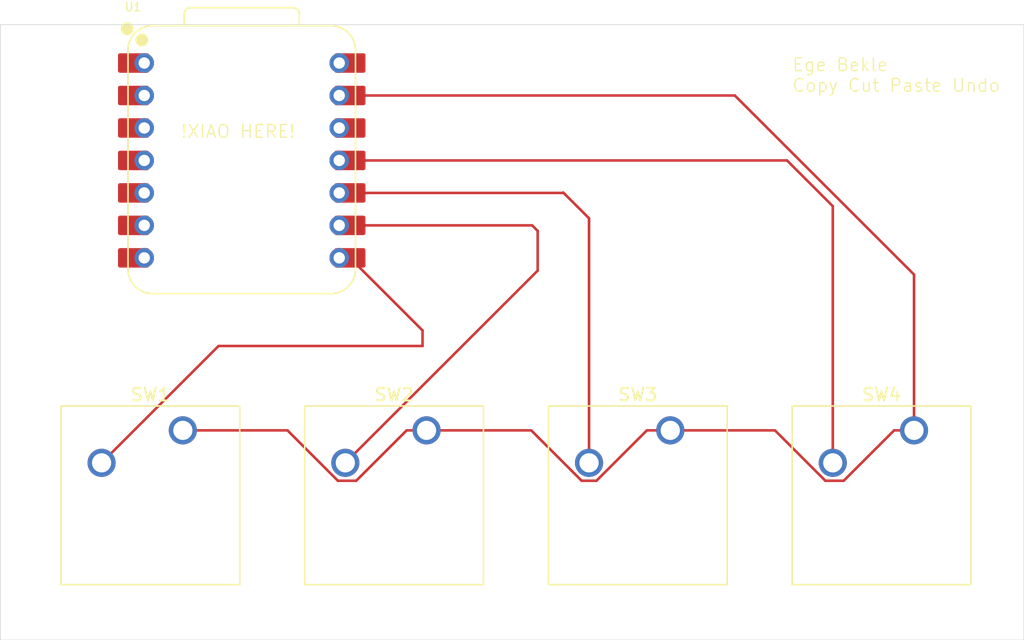
<source format=kicad_pcb>
(kicad_pcb (version 20241229) (generator "pcbnew") (generator_version "9.0")
  (layers (0 "F.Cu" signal) (2 "B.Cu" signal) (13 "F.Paste" user) (15 "B.Paste" user) (5 "F.SilkS" user "F.Silkscreen") (7 "B.SilkS" user "B.Silkscreen") (1 "F.Mask" user) (3 "B.Mask" user) (25 "Edge.Cuts" user))
  (net 0 "")
  (net 1 "Net-(U1-GPIO1{slash}RX)")
  (net 2 "GND")
  (net 3 "Net-(U1-GPIO2{slash}SCK)")
  (net 4 "Net-(U1-GPIO4{slash}MISO)")
  (net 5 "Net-(U1-GPIO3{slash}MOSI)")
  (footprint "OPL:XIAO-RP2040-DIP" (layer "F.Cu") (at 92.86875 90.4875)
    (property "Reference" "U1" (at -8.5 -12 0) (layer "F.SilkS") (effects (font (size 0.635 0.635) (thickness 0.1016))))
    (property "Value" "XIAO-RP2040-DIP")
    (fp_line (start -8.89 8.509) (end -8.89 -8.636) (stroke (width 0.127)) (layer "F.SilkS"))
    (fp_line (start -6.985 10.414) (end 6.985 10.414) (stroke (width 0.127)) (layer "F.SilkS"))
    (fp_line (start -4.495 -10.541) (end -4.491272 -11.451272) (stroke (width 0.127)) (layer "F.SilkS"))
    (fp_line (start -3.991272 -11.951) (end 4.004 -11.951) (stroke (width 0.127)) (layer "F.SilkS"))
    (fp_line (start 4.504 -11.451) (end 4.504 -10.541) (stroke (width 0.127)) (layer "F.SilkS"))
    (fp_line (start 6.985 -10.541) (end -6.985 -10.541) (stroke (width 0.1)) (layer "F.SilkS"))
    (fp_line (start 6.985 -10.541) (end -6.985 -10.541) (stroke (width 0.127)) (layer "F.SilkS"))
    (fp_line (start 8.89 8.509) (end 8.89 -8.636) (stroke (width 0.127)) (layer "F.SilkS"))
    (fp_arc (start -8.89 -8.636) (mid -8.332038 -9.983038) (end -6.985 -10.541) (stroke (width 0.127)) (layer "F.SilkS"))
    (fp_arc (start -6.985 10.414) (mid -8.332038 9.856038) (end -8.89 8.509) (stroke (width 0.127)) (layer "F.SilkS"))
    (fp_arc (start -4.491272 -11.451272) (mid -4.344728 -11.80464) (end -3.991272 -11.951) (stroke (width 0.127)) (layer "F.SilkS"))
    (fp_arc (start 4.004 -11.951) (mid 4.357553 -11.804553) (end 4.504 -11.451) (stroke (width 0.127)) (layer "F.SilkS"))
    (fp_arc (start 6.985 -10.541) (mid 8.332038 -9.983038) (end 8.89 -8.636) (stroke (width 0.127)) (layer "F.SilkS"))
    (fp_arc (start 8.89 8.509) (mid 8.332038 9.856038) (end 6.985 10.414) (stroke (width 0.127)) (layer "F.SilkS"))
    (fp_circle (center -8.95 -10.3) (end -8.95 -10.554) (stroke (width 0.5)) (fill yes) (layer "F.SilkS"))
    (fp_circle (center -7.807 -9.42) (end -7.807 -9.674) (stroke (width 0.5)) (fill yes) (layer "F.SilkS"))
    (pad "1" smd roundrect (at -8.455 -7.62 180) (size 2.432 1.524) (layers "F.Cu" "F.Mask") (roundrect_rratio 0.1))
    (pad "1" thru_hole circle (at -7.62 -7.62 180) (size 1.524 1.524) (drill 0.889) (layers "*.Cu" "*.Mask"))
    (pad "2" smd roundrect (at -8.455 -5.08 180) (size 2.432 1.524) (layers "F.Cu" "F.Mask") (roundrect_rratio 0.1))
    (pad "2" thru_hole circle (at -7.62 -5.08 180) (size 1.524 1.524) (drill 0.889) (layers "*.Cu" "*.Mask"))
    (pad "3" smd roundrect (at -8.455 -2.54 180) (size 2.432 1.524) (layers "F.Cu" "F.Mask") (roundrect_rratio 0.1))
    (pad "3" thru_hole circle (at -7.62 -2.54 180) (size 1.524 1.524) (drill 0.889) (layers "*.Cu" "*.Mask"))
    (pad "4" smd roundrect (at -8.455 0 180) (size 2.432 1.524) (layers "F.Cu" "F.Mask") (roundrect_rratio 0.1))
    (pad "4" thru_hole circle (at -7.62 0 180) (size 1.524 1.524) (drill 0.889) (layers "*.Cu" "*.Mask"))
    (pad "5" smd roundrect (at -8.455 2.54 180) (size 2.432 1.524) (layers "F.Cu" "F.Mask") (roundrect_rratio 0.1))
    (pad "5" thru_hole circle (at -7.62 2.54 180) (size 1.524 1.524) (drill 0.889) (layers "*.Cu" "*.Mask"))
    (pad "6" smd roundrect (at -8.455 5.08 180) (size 2.432 1.524) (layers "F.Cu" "F.Mask") (roundrect_rratio 0.1))
    (pad "6" thru_hole circle (at -7.62 5.08 180) (size 1.524 1.524) (drill 0.889) (layers "*.Cu" "*.Mask"))
    (pad "7" smd roundrect (at -8.455 7.62 180) (size 2.432 1.524) (layers "F.Cu" "F.Mask") (roundrect_rratio 0.1))
    (pad "7" thru_hole circle (at -7.62 7.62 180) (size 1.524 1.524) (drill 0.889) (layers "*.Cu" "*.Mask"))
    (pad "8" thru_hole circle (at 7.62 7.62) (size 1.524 1.524) (drill 0.889) (layers "*.Cu" "*.Mask") (net 1 "Net-(U1-GPIO1{slash}RX)"))
    (pad "8" smd roundrect (at 8.455 7.62) (size 2.432 1.524) (layers "F.Cu" "F.Mask") (roundrect_rratio 0.1) (net 1 "Net-(U1-GPIO1{slash}RX)"))
    (pad "9" thru_hole circle (at 7.62 5.08) (size 1.524 1.524) (drill 0.889) (layers "*.Cu" "*.Mask") (net 3 "Net-(U1-GPIO2{slash}SCK)"))
    (pad "9" smd roundrect (at 8.455 5.08) (size 2.432 1.524) (layers "F.Cu" "F.Mask") (roundrect_rratio 0.1) (net 3 "Net-(U1-GPIO2{slash}SCK)"))
    (pad "10" thru_hole circle (at 7.62 2.54) (size 1.524 1.524) (drill 0.889) (layers "*.Cu" "*.Mask") (net 4 "Net-(U1-GPIO4{slash}MISO)"))
    (pad "10" smd roundrect (at 8.455 2.54) (size 2.432 1.524) (layers "F.Cu" "F.Mask") (roundrect_rratio 0.1) (net 4 "Net-(U1-GPIO4{slash}MISO)"))
    (pad "11" thru_hole circle (at 7.62 0) (size 1.524 1.524) (drill 0.889) (layers "*.Cu" "*.Mask") (net 5 "Net-(U1-GPIO3{slash}MOSI)"))
    (pad "11" smd roundrect (at 8.455 0) (size 2.432 1.524) (layers "F.Cu" "F.Mask") (roundrect_rratio 0.1) (net 5 "Net-(U1-GPIO3{slash}MOSI)"))
    (pad "12" thru_hole circle (at 7.62 -2.54) (size 1.524 1.524) (drill 0.889) (layers "*.Cu" "*.Mask"))
    (pad "12" smd roundrect (at 8.455 -2.54) (size 2.432 1.524) (layers "F.Cu" "F.Mask") (roundrect_rratio 0.1))
    (pad "13" thru_hole circle (at 7.62 -5.08) (size 1.524 1.524) (drill 0.889) (layers "*.Cu" "*.Mask") (net 2 "GND"))
    (pad "13" smd roundrect (at 8.455 -5.08) (size 2.432 1.524) (layers "F.Cu" "F.Mask") (roundrect_rratio 0.1) (net 2 "GND"))
    (pad "14" thru_hole circle (at 7.62 -7.62) (size 1.524 1.524) (drill 0.889) (layers "*.Cu" "*.Mask"))
    (pad "14" smd roundrect (at 8.455 -7.62) (size 2.432 1.524) (layers "F.Cu" "F.Mask") (roundrect_rratio 0.1))
  )
  (footprint "Button_Switch_Keyboard:SW_Cherry_MX_1.00u_PCB" (layer "F.Cu") (at 88.265 111.60125)
    (property "Reference" "SW1" (at -2.54 -2.794 0) (layer "F.SilkS"))
    (property "Value" "SW_Push")
    (fp_line (start -9.525 -1.905) (end 4.445 -1.905) (stroke (width 0.12)) (layer "F.SilkS"))
    (fp_line (start -9.525 12.065) (end -9.525 -1.905) (stroke (width 0.12)) (layer "F.SilkS"))
    (fp_line (start 4.445 -1.905) (end 4.445 12.065) (stroke (width 0.12)) (layer "F.SilkS"))
    (fp_line (start 4.445 12.065) (end -9.525 12.065) (stroke (width 0.12)) (layer "F.SilkS"))
    (pad "" np_thru_hole circle (at -7.62 5.08) (size 1.7 1.7) (drill 1.7) (layers "*.Cu" "*.Mask"))
    (pad "" np_thru_hole circle (at -2.54 5.08) (size 4 4) (drill 4) (layers "*.Cu" "*.Mask"))
    (pad "" np_thru_hole circle (at 2.54 5.08) (size 1.7 1.7) (drill 1.7) (layers "*.Cu" "*.Mask"))
    (pad "1" thru_hole circle (at 0 0) (size 2.2 2.2) (drill 1.5) (layers "*.Cu" "*.Mask") (net 2 "GND"))
    (pad "2" thru_hole circle (at -6.35 2.54) (size 2.2 2.2) (drill 1.5) (layers "*.Cu" "*.Mask") (net 1 "Net-(U1-GPIO1{slash}RX)"))
  )
  (footprint "Button_Switch_Keyboard:SW_Cherry_MX_1.00u_PCB" (layer "F.Cu") (at 126.365 111.60125)
    (property "Reference" "SW3" (at -2.54 -2.794 0) (layer "F.SilkS"))
    (property "Value" "SW_Push")
    (fp_line (start -9.525 -1.905) (end 4.445 -1.905) (stroke (width 0.12)) (layer "F.SilkS"))
    (fp_line (start -9.525 12.065) (end -9.525 -1.905) (stroke (width 0.12)) (layer "F.SilkS"))
    (fp_line (start 4.445 -1.905) (end 4.445 12.065) (stroke (width 0.12)) (layer "F.SilkS"))
    (fp_line (start 4.445 12.065) (end -9.525 12.065) (stroke (width 0.12)) (layer "F.SilkS"))
    (pad "" np_thru_hole circle (at -7.62 5.08) (size 1.7 1.7) (drill 1.7) (layers "*.Cu" "*.Mask"))
    (pad "" np_thru_hole circle (at -2.54 5.08) (size 4 4) (drill 4) (layers "*.Cu" "*.Mask"))
    (pad "" np_thru_hole circle (at 2.54 5.08) (size 1.7 1.7) (drill 1.7) (layers "*.Cu" "*.Mask"))
    (pad "1" thru_hole circle (at 0 0) (size 2.2 2.2) (drill 1.5) (layers "*.Cu" "*.Mask") (net 2 "GND"))
    (pad "2" thru_hole circle (at -6.35 2.54) (size 2.2 2.2) (drill 1.5) (layers "*.Cu" "*.Mask") (net 4 "Net-(U1-GPIO4{slash}MISO)"))
  )
  (footprint "Button_Switch_Keyboard:SW_Cherry_MX_1.00u_PCB" (layer "F.Cu") (at 107.315 111.60125)
    (property "Reference" "SW2" (at -2.54 -2.794 0) (layer "F.SilkS"))
    (property "Value" "SW_Push")
    (fp_line (start -9.525 -1.905) (end 4.445 -1.905) (stroke (width 0.12)) (layer "F.SilkS"))
    (fp_line (start -9.525 12.065) (end -9.525 -1.905) (stroke (width 0.12)) (layer "F.SilkS"))
    (fp_line (start 4.445 -1.905) (end 4.445 12.065) (stroke (width 0.12)) (layer "F.SilkS"))
    (fp_line (start 4.445 12.065) (end -9.525 12.065) (stroke (width 0.12)) (layer "F.SilkS"))
    (pad "" np_thru_hole circle (at -7.62 5.08) (size 1.7 1.7) (drill 1.7) (layers "*.Cu" "*.Mask"))
    (pad "" np_thru_hole circle (at -2.54 5.08) (size 4 4) (drill 4) (layers "*.Cu" "*.Mask"))
    (pad "" np_thru_hole circle (at 2.54 5.08) (size 1.7 1.7) (drill 1.7) (layers "*.Cu" "*.Mask"))
    (pad "1" thru_hole circle (at 0 0) (size 2.2 2.2) (drill 1.5) (layers "*.Cu" "*.Mask") (net 2 "GND"))
    (pad "2" thru_hole circle (at -6.35 2.54) (size 2.2 2.2) (drill 1.5) (layers "*.Cu" "*.Mask") (net 3 "Net-(U1-GPIO2{slash}SCK)"))
  )
  (footprint "Button_Switch_Keyboard:SW_Cherry_MX_1.00u_PCB" (layer "F.Cu") (at 145.415 111.60125)
    (property "Reference" "SW4" (at -2.54 -2.794 0) (layer "F.SilkS"))
    (property "Value" "SW_Push")
    (fp_line (start -9.525 -1.905) (end 4.445 -1.905) (stroke (width 0.12)) (layer "F.SilkS"))
    (fp_line (start -9.525 12.065) (end -9.525 -1.905) (stroke (width 0.12)) (layer "F.SilkS"))
    (fp_line (start 4.445 -1.905) (end 4.445 12.065) (stroke (width 0.12)) (layer "F.SilkS"))
    (fp_line (start 4.445 12.065) (end -9.525 12.065) (stroke (width 0.12)) (layer "F.SilkS"))
    (pad "" np_thru_hole circle (at -7.62 5.08) (size 1.7 1.7) (drill 1.7) (layers "*.Cu" "*.Mask"))
    (pad "" np_thru_hole circle (at -2.54 5.08) (size 4 4) (drill 4) (layers "*.Cu" "*.Mask"))
    (pad "" np_thru_hole circle (at 2.54 5.08) (size 1.7 1.7) (drill 1.7) (layers "*.Cu" "*.Mask"))
    (pad "1" thru_hole circle (at 0 0) (size 2.2 2.2) (drill 1.5) (layers "*.Cu" "*.Mask") (net 2 "GND"))
    (pad "2" thru_hole circle (at -6.35 2.54) (size 2.2 2.2) (drill 1.5) (layers "*.Cu" "*.Mask") (net 5 "Net-(U1-GPIO3{slash}MOSI)"))
  )
  (gr_rect (start 74 79.87) (end 154 128) (stroke (width 0.05)) (fill no) (layer "Edge.Cuts"))
  (gr_text "Ege Bekle\nCopy Cut Paste Undo" (at 135.84 85.2 0) (layer "F.SilkS") (effects (font (size 1 1) (thickness 0.1)) (justify left bottom)))
  (gr_text "!XIAO HERE!" (at 88.08 88.8 0) (layer "F.SilkS") (effects (font (size 1 1) (thickness 0.1)) (justify left bottom)))
  (segment (start 107 105) (end 107 103.78375) (width 0.2) (layer "F.Cu") (net 1))
  (segment (start 81.915 114.14125) (end 91.05625 105) (width 0.2) (layer "F.Cu") (net 1))
  (segment (start 107 103.78375) (end 101.32375 98.1075) (width 0.2) (layer "F.Cu") (net 1))
  (segment (start 91.05625 105) (end 107 105) (width 0.2) (layer "F.Cu") (net 1))
  (segment (start 96.443686 111.60125) (end 100.384686 115.54225) (width 0.2) (layer "F.Cu") (net 2))
  (segment (start 139.918366 115.54225) (end 143.859366 111.60125) (width 0.2) (layer "F.Cu") (net 2))
  (segment (start 115.493686 111.60125) (end 119.434686 115.54225) (width 0.2) (layer "F.Cu") (net 2))
  (segment (start 145.415 111.60125) (end 145.415 99.415) (width 0.2) (layer "F.Cu") (net 2))
  (segment (start 124.536314 111.60125) (end 126.365 111.60125) (width 0.2) (layer "F.Cu") (net 2))
  (segment (start 143.859366 111.60125) (end 145.415 111.60125) (width 0.2) (layer "F.Cu") (net 2))
  (segment (start 107.315 111.60125) (end 115.493686 111.60125) (width 0.2) (layer "F.Cu") (net 2))
  (segment (start 138.484686 115.54225) (end 139.918366 115.54225) (width 0.2) (layer "F.Cu") (net 2))
  (segment (start 105.759366 111.60125) (end 107.315 111.60125) (width 0.2) (layer "F.Cu") (net 2))
  (segment (start 101.818366 115.54225) (end 105.759366 111.60125) (width 0.2) (layer "F.Cu") (net 2))
  (segment (start 131.4075 85.4075) (end 101.32375 85.4075) (width 0.2) (layer "F.Cu") (net 2))
  (segment (start 120.595314 115.54225) (end 124.536314 111.60125) (width 0.2) (layer "F.Cu") (net 2))
  (segment (start 119.434686 115.54225) (end 120.595314 115.54225) (width 0.2) (layer "F.Cu") (net 2))
  (segment (start 145.415 99.415) (end 131.4075 85.4075) (width 0.2) (layer "F.Cu") (net 2))
  (segment (start 126.365 111.60125) (end 134.543686 111.60125) (width 0.2) (layer "F.Cu") (net 2))
  (segment (start 100.384686 115.54225) (end 101.818366 115.54225) (width 0.2) (layer "F.Cu") (net 2))
  (segment (start 88.265 111.60125) (end 96.443686 111.60125) (width 0.2) (layer "F.Cu") (net 2))
  (segment (start 134.543686 111.60125) (end 138.484686 115.54225) (width 0.2) (layer "F.Cu") (net 2))
  (segment (start 116 96) (end 115.5675 95.5675) (width 0.2) (layer "F.Cu") (net 3))
  (segment (start 116 99.10625) (end 116 96) (width 0.2) (layer "F.Cu") (net 3))
  (segment (start 115.5675 95.5675) (end 101.32375 95.5675) (width 0.2) (layer "F.Cu") (net 3))
  (segment (start 100.965 114.14125) (end 116 99.10625) (width 0.2) (layer "F.Cu") (net 3))
  (segment (start 120.015 114.14125) (end 120.015 95.015) (width 0.2) (layer "F.Cu") (net 4))
  (segment (start 120.015 95.015) (end 118 93) (width 0.2) (layer "F.Cu") (net 4))
  (segment (start 117.9725 93.0275) (end 101.32375 93.0275) (width 0.2) (layer "F.Cu") (net 4))
  (segment (start 118 93) (end 117.9725 93.0275) (width 0.2) (layer "F.Cu") (net 4))
  (segment (start 139.065 114.14125) (end 139.065 94.065) (width 0.2) (layer "F.Cu") (net 5))
  (segment (start 135.4875 90.4875) (end 101.32375 90.4875) (width 0.2) (layer "F.Cu") (net 5))
  (segment (start 139.065 94.065) (end 135.4875 90.4875) (width 0.2) (layer "F.Cu") (net 5))
)
</source>
